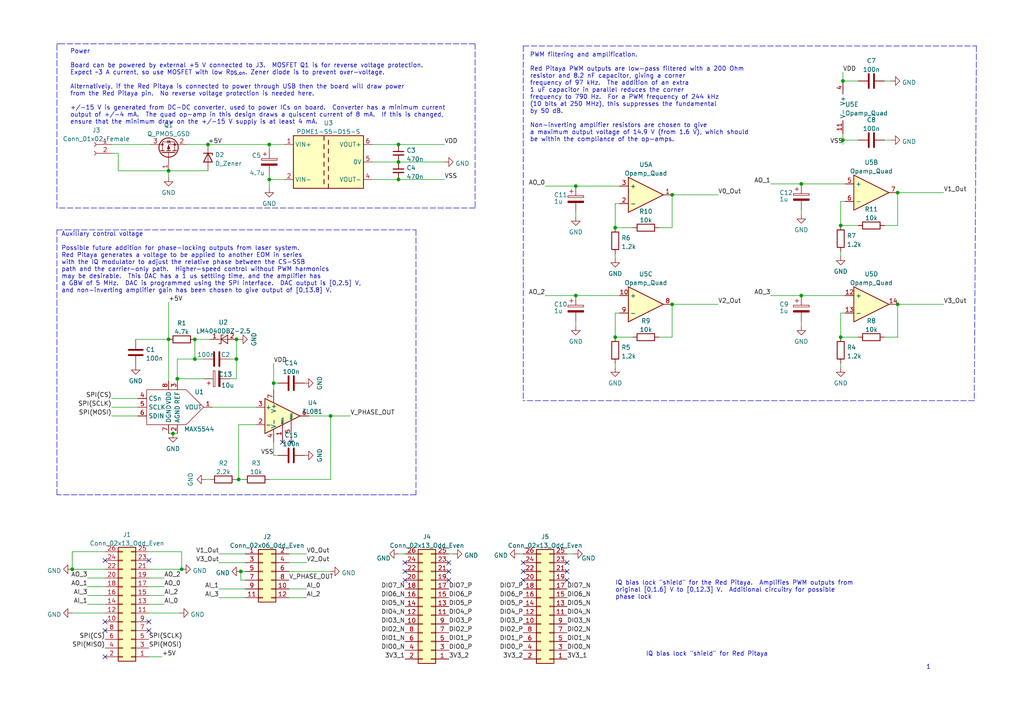
<source format=kicad_sch>
(kicad_sch (version 20211123) (generator eeschema)
  (paper "A4")
  (lib_symbols
    (symbol "Amplifier_Operational:TL081" (pin_names (offset 0.127))
      (property "Reference" "U" (at 0 6.35 0))
      (property "Value" "TL081" (at 0 3.81 0))
      (symbol "TL081_0_1"
        (polyline (pts (xy -5.08 5.08) (xy 5.08 0) (xy -5.08 -5.08) (xy -5.08 5.08)) (stroke (width 0.254)) (fill (type background)))
      )
      (symbol "TL081_1_1"
        (pin input line (at 0 -7.62 90) (length 5.08) (name "NULL") (number "1"))
        (pin input line (at -7.62 -2.54 0) (length 2.54) (name "-") (number "2"))
        (pin input line (at -7.62 2.54 0) (length 2.54) (name "+") (number "3"))
        (pin power_in line (at -2.54 -7.62 90) (length 3.81) (name "V-") (number "4"))
        (pin input line (at 2.54 -7.62 90) (length 6.35) (name "NULL") (number "5"))
        (pin output line (at 7.62 0 180) (length 2.54) (name "~") (number "6"))
        (pin power_in line (at -2.54 7.62 270) (length 3.81) (name "V+") (number "7"))
        (pin no_connect line (at 0 2.54 270) (length 2.54) hide (name "NC") (number "8"))
      )
    )
    (symbol "Connector:Conn_01x02_Female" (pin_names (offset 1.016) hide)
      (property "Reference" "J" (at 0 2.54 0))
      (property "Value" "Conn_01x02_Female" (at 0 -5.08 0))
      (symbol "Conn_01x02_Female_1_1"
        (arc (start 0 -2.032) (mid -0.508 -2.54) (end 0 -3.048) (stroke (width 0.1524)))
        (polyline (pts (xy -1.27 -2.54) (xy -0.508 -2.54)) (stroke (width 0.1524)))
        (polyline (pts (xy -1.27 0) (xy -0.508 0)) (stroke (width 0.1524)))
        (arc (start 0 0.508) (mid -0.508 0) (end 0 -0.508) (stroke (width 0.1524)))
        (pin passive line (at -5.08 0 0) (length 3.81) (name "Pin_1") (number "1"))
        (pin passive line (at -5.08 -2.54 0) (length 3.81) (name "Pin_2") (number "2"))
      )
    )
    (symbol "Connector_Generic:Conn_02x06_Odd_Even" (pin_names (offset 1.016) hide)
      (property "Reference" "J" (at 1.27 7.62 0))
      (property "Value" "Conn_02x06_Odd_Even" (at 1.27 -10.16 0))
      (symbol "Conn_02x06_Odd_Even_1_1"
        (rectangle (start -1.27 -7.493) (end 0 -7.747) (stroke (width 0.1524)))
        (rectangle (start -1.27 -4.953) (end 0 -5.207) (stroke (width 0.1524)))
        (rectangle (start -1.27 -2.413) (end 0 -2.667) (stroke (width 0.1524)))
        (rectangle (start -1.27 0.127) (end 0 -0.127) (stroke (width 0.1524)))
        (rectangle (start -1.27 2.667) (end 0 2.413) (stroke (width 0.1524)))
        (rectangle (start -1.27 5.207) (end 0 4.953) (stroke (width 0.1524)))
        (rectangle (start -1.27 6.35) (end 3.81 -8.89) (stroke (width 0.254)) (fill (type background)))
        (rectangle (start 3.81 -7.493) (end 2.54 -7.747) (stroke (width 0.1524)))
        (rectangle (start 3.81 -4.953) (end 2.54 -5.207) (stroke (width 0.1524)))
        (rectangle (start 3.81 -2.413) (end 2.54 -2.667) (stroke (width 0.1524)))
        (rectangle (start 3.81 0.127) (end 2.54 -0.127) (stroke (width 0.1524)))
        (rectangle (start 3.81 2.667) (end 2.54 2.413) (stroke (width 0.1524)))
        (rectangle (start 3.81 5.207) (end 2.54 4.953) (stroke (width 0.1524)))
        (pin passive line (at -5.08 5.08 0) (length 3.81) (name "Pin_1") (number "1"))
        (pin passive line (at 7.62 -5.08 180) (length 3.81) (name "Pin_10") (number "10"))
        (pin passive line (at -5.08 -7.62 0) (length 3.81) (name "Pin_11") (number "11"))
        (pin passive line (at 7.62 -7.62 180) (length 3.81) (name "Pin_12") (number "12"))
        (pin passive line (at 7.62 5.08 180) (length 3.81) (name "Pin_2") (number "2"))
        (pin passive line (at -5.08 2.54 0) (length 3.81) (name "Pin_3") (number "3"))
        (pin passive line (at 7.62 2.54 180) (length 3.81) (name "Pin_4") (number "4"))
        (pin passive line (at -5.08 0 0) (length 3.81) (name "Pin_5") (number "5"))
        (pin passive line (at 7.62 0 180) (length 3.81) (name "Pin_6") (number "6"))
        (pin passive line (at -5.08 -2.54 0) (length 3.81) (name "Pin_7") (number "7"))
        (pin passive line (at 7.62 -2.54 180) (length 3.81) (name "Pin_8") (number "8"))
        (pin passive line (at -5.08 -5.08 0) (length 3.81) (name "Pin_9") (number "9"))
      )
    )
    (symbol "Connector_Generic:Conn_02x13_Odd_Even" (pin_names (offset 1.016) hide)
      (property "Reference" "J" (at 1.27 17.78 0))
      (property "Value" "Conn_02x13_Odd_Even" (at 1.27 -17.78 0))
      (symbol "Conn_02x13_Odd_Even_1_1"
        (rectangle (start -1.27 -15.113) (end 0 -15.367) (stroke (width 0.1524)))
        (rectangle (start -1.27 -12.573) (end 0 -12.827) (stroke (width 0.1524)))
        (rectangle (start -1.27 -10.033) (end 0 -10.287) (stroke (width 0.1524)))
        (rectangle (start -1.27 -7.493) (end 0 -7.747) (stroke (width 0.1524)))
        (rectangle (start -1.27 -4.953) (end 0 -5.207) (stroke (width 0.1524)))
        (rectangle (start -1.27 -2.413) (end 0 -2.667) (stroke (width 0.1524)))
        (rectangle (start -1.27 0.127) (end 0 -0.127) (stroke (width 0.1524)))
        (rectangle (start -1.27 2.667) (end 0 2.413) (stroke (width 0.1524)))
        (rectangle (start -1.27 5.207) (end 0 4.953) (stroke (width 0.1524)))
        (rectangle (start -1.27 7.747) (end 0 7.493) (stroke (width 0.1524)))
        (rectangle (start -1.27 10.287) (end 0 10.033) (stroke (width 0.1524)))
        (rectangle (start -1.27 12.827) (end 0 12.573) (stroke (width 0.1524)))
        (rectangle (start -1.27 15.367) (end 0 15.113) (stroke (width 0.1524)))
        (rectangle (start -1.27 16.51) (end 3.81 -16.51) (stroke (width 0.254)) (fill (type background)))
        (rectangle (start 3.81 -15.113) (end 2.54 -15.367) (stroke (width 0.1524)))
        (rectangle (start 3.81 -12.573) (end 2.54 -12.827) (stroke (width 0.1524)))
        (rectangle (start 3.81 -10.033) (end 2.54 -10.287) (stroke (width 0.1524)))
        (rectangle (start 3.81 -7.493) (end 2.54 -7.747) (stroke (width 0.1524)))
        (rectangle (start 3.81 -4.953) (end 2.54 -5.207) (stroke (width 0.1524)))
        (rectangle (start 3.81 -2.413) (end 2.54 -2.667) (stroke (width 0.1524)))
        (rectangle (start 3.81 0.127) (end 2.54 -0.127) (stroke (width 0.1524)))
        (rectangle (start 3.81 2.667) (end 2.54 2.413) (stroke (width 0.1524)))
        (rectangle (start 3.81 5.207) (end 2.54 4.953) (stroke (width 0.1524)))
        (rectangle (start 3.81 7.747) (end 2.54 7.493) (stroke (width 0.1524)))
        (rectangle (start 3.81 10.287) (end 2.54 10.033) (stroke (width 0.1524)))
        (rectangle (start 3.81 12.827) (end 2.54 12.573) (stroke (width 0.1524)))
        (rectangle (start 3.81 15.367) (end 2.54 15.113) (stroke (width 0.1524)))
        (pin passive line (at -5.08 15.24 0) (length 3.81) (name "Pin_1") (number "1"))
        (pin passive line (at 7.62 5.08 180) (length 3.81) (name "Pin_10") (number "10"))
        (pin passive line (at -5.08 2.54 0) (length 3.81) (name "Pin_11") (number "11"))
        (pin passive line (at 7.62 2.54 180) (length 3.81) (name "Pin_12") (number "12"))
        (pin passive line (at -5.08 0 0) (length 3.81) (name "Pin_13") (number "13"))
        (pin passive line (at 7.62 0 180) (length 3.81) (name "Pin_14") (number "14"))
        (pin passive line (at -5.08 -2.54 0) (length 3.81) (name "Pin_15") (number "15"))
        (pin passive line (at 7.62 -2.54 180) (length 3.81) (name "Pin_16") (number "16"))
        (pin passive line (at -5.08 -5.08 0) (length 3.81) (name "Pin_17") (number "17"))
        (pin passive line (at 7.62 -5.08 180) (length 3.81) (name "Pin_18") (number "18"))
        (pin passive line (at -5.08 -7.62 0) (length 3.81) (name "Pin_19") (number "19"))
        (pin passive line (at 7.62 15.24 180) (length 3.81) (name "Pin_2") (number "2"))
        (pin passive line (at 7.62 -7.62 180) (length 3.81) (name "Pin_20") (number "20"))
        (pin passive line (at -5.08 -10.16 0) (length 3.81) (name "Pin_21") (number "21"))
        (pin passive line (at 7.62 -10.16 180) (length 3.81) (name "Pin_22") (number "22"))
        (pin passive line (at -5.08 -12.7 0) (length 3.81) (name "Pin_23") (number "23"))
        (pin passive line (at 7.62 -12.7 180) (length 3.81) (name "Pin_24") (number "24"))
        (pin passive line (at -5.08 -15.24 0) (length 3.81) (name "Pin_25") (number "25"))
        (pin passive line (at 7.62 -15.24 180) (length 3.81) (name "Pin_26") (number "26"))
        (pin passive line (at -5.08 12.7 0) (length 3.81) (name "Pin_3") (number "3"))
        (pin passive line (at 7.62 12.7 180) (length 3.81) (name "Pin_4") (number "4"))
        (pin passive line (at -5.08 10.16 0) (length 3.81) (name "Pin_5") (number "5"))
        (pin passive line (at 7.62 10.16 180) (length 3.81) (name "Pin_6") (number "6"))
        (pin passive line (at -5.08 7.62 0) (length 3.81) (name "Pin_7") (number "7"))
        (pin passive line (at 7.62 7.62 180) (length 3.81) (name "Pin_8") (number "8"))
        (pin passive line (at -5.08 5.08 0) (length 3.81) (name "Pin_9") (number "9"))
      )
    )
    (symbol "Device:C" (pin_numbers hide) (pin_names (offset 0.254))
      (property "Reference" "C" (at 0.635 2.54 0))
      (property "Value" "C" (at 0.635 -2.54 0))
      (symbol "C_0_1"
        (polyline (pts (xy -2.032 -0.762) (xy 2.032 -0.762)) (stroke (width 0.508)))
        (polyline (pts (xy -2.032 0.762) (xy 2.032 0.762)) (stroke (width 0.508)))
      )
      (symbol "C_1_1"
        (pin passive line (at 0 3.81 270) (length 2.794) (name "~") (number "1"))
        (pin passive line (at 0 -3.81 90) (length 2.794) (name "~") (number "2"))
      )
    )
    (symbol "Device:C_Polarized" (pin_numbers hide) (pin_names (offset 0.254))
      (property "Reference" "C" (at 0.635 2.54 0))
      (property "Value" "C_Polarized" (at 0.635 -2.54 0))
      (symbol "C_Polarized_0_1"
        (rectangle (start -2.286 0.508) (end 2.286 1.016))
        (polyline (pts (xy -1.778 2.286) (xy -0.762 2.286)))
        (polyline (pts (xy -1.27 2.794) (xy -1.27 1.778)))
        (rectangle (start 2.286 -0.508) (end -2.286 -1.016) (fill (type outline)))
      )
      (symbol "C_Polarized_1_1"
        (pin passive line (at 0 3.81 270) (length 2.794) (name "~") (number "1"))
        (pin passive line (at 0 -3.81 90) (length 2.794) (name "~") (number "2"))
      )
    )
    (symbol "Device:C_Small" (pin_numbers hide) (pin_names (offset 0.254) hide)
      (property "Reference" "C" (at 0.254 1.778 0))
      (property "Value" "C_Small" (at 0.254 -2.032 0))
      (symbol "C_Small_0_1"
        (polyline (pts (xy -1.524 -0.508) (xy 1.524 -0.508)) (stroke (width 0.3302)))
        (polyline (pts (xy -1.524 0.508) (xy 1.524 0.508)) (stroke (width 0.3048)))
      )
      (symbol "C_Small_1_1"
        (pin passive line (at 0 2.54 270) (length 2.032) (name "~") (number "1"))
        (pin passive line (at 0 -2.54 90) (length 2.032) (name "~") (number "2"))
      )
    )
    (symbol "Device:D_Zener" (pin_numbers hide) (pin_names (offset 1.016) hide)
      (property "Reference" "D" (at 0 2.54 0))
      (property "Value" "D_Zener" (at 0 -2.54 0))
      (symbol "D_Zener_0_1"
        (polyline (pts (xy 1.27 0) (xy -1.27 0)))
        (polyline (pts (xy -1.27 -1.27) (xy -1.27 1.27) (xy -0.762 1.27)) (stroke (width 0.254)))
        (polyline (pts (xy 1.27 -1.27) (xy 1.27 1.27) (xy -1.27 0) (xy 1.27 -1.27)) (stroke (width 0.254)))
      )
      (symbol "D_Zener_1_1"
        (pin passive line (at -3.81 0 0) (length 2.54) (name "K") (number "1"))
        (pin passive line (at 3.81 0 180) (length 2.54) (name "A") (number "2"))
      )
    )
    (symbol "Device:Opamp_Quad"
      (property "Reference" "U" (at 0 5.08 0))
      (property "Value" "Opamp_Quad" (at 0 -5.08 0))
      (symbol "Opamp_Quad_1_1"
        (polyline (pts (xy -5.08 5.08) (xy 5.08 0) (xy -5.08 -5.08) (xy -5.08 5.08)) (stroke (width 0.254)) (fill (type background)))
        (pin output line (at 7.62 0 180) (length 2.54) (name "~") (number "1"))
        (pin input line (at -7.62 -2.54 0) (length 2.54) (name "-") (number "2"))
        (pin input line (at -7.62 2.54 0) (length 2.54) (name "+") (number "3"))
      )
      (symbol "Opamp_Quad_2_1"
        (polyline (pts (xy -5.08 5.08) (xy 5.08 0) (xy -5.08 -5.08) (xy -5.08 5.08)) (stroke (width 0.254)) (fill (type background)))
        (pin input line (at -7.62 2.54 0) (length 2.54) (name "+") (number "5"))
        (pin input line (at -7.62 -2.54 0) (length 2.54) (name "-") (number "6"))
        (pin output line (at 7.62 0 180) (length 2.54) (name "~") (number "7"))
      )
      (symbol "Opamp_Quad_3_1"
        (polyline (pts (xy -5.08 5.08) (xy 5.08 0) (xy -5.08 -5.08) (xy -5.08 5.08)) (stroke (width 0.254)) (fill (type background)))
        (pin input line (at -7.62 2.54 0) (length 2.54) (name "+") (number "10"))
        (pin output line (at 7.62 0 180) (length 2.54) (name "~") (number "8"))
        (pin input line (at -7.62 -2.54 0) (length 2.54) (name "-") (number "9"))
      )
      (symbol "Opamp_Quad_4_1"
        (polyline (pts (xy -5.08 5.08) (xy 5.08 0) (xy -5.08 -5.08) (xy -5.08 5.08)) (stroke (width 0.254)) (fill (type background)))
        (pin input line (at -7.62 2.54 0) (length 2.54) (name "+") (number "12"))
        (pin input line (at -7.62 -2.54 0) (length 2.54) (name "-") (number "13"))
        (pin output line (at 7.62 0 180) (length 2.54) (name "~") (number "14"))
      )
      (symbol "Opamp_Quad_5_1"
        (pin power_in line (at -2.54 -7.62 90) (length 3.81) (name "V-") (number "11"))
        (pin power_in line (at -2.54 7.62 270) (length 3.81) (name "V+") (number "4"))
      )
    )
    (symbol "Device:Q_PMOS_GSD" (pin_names (offset 0) hide)
      (property "Reference" "Q" (at 5.08 1.27 0))
      (property "Value" "Q_PMOS_GSD" (at 5.08 -1.27 0))
      (symbol "Q_PMOS_GSD_0_1"
        (polyline (pts (xy 0.254 0) (xy -2.54 0)))
        (polyline (pts (xy 0.254 1.905) (xy 0.254 -1.905)) (stroke (width 0.254)))
        (polyline (pts (xy 0.762 -1.27) (xy 0.762 -2.286)) (stroke (width 0.254)))
        (polyline (pts (xy 0.762 0.508) (xy 0.762 -0.508)) (stroke (width 0.254)))
        (polyline (pts (xy 0.762 2.286) (xy 0.762 1.27)) (stroke (width 0.254)))
        (polyline (pts (xy 2.54 2.54) (xy 2.54 1.778)))
        (polyline (pts (xy 2.54 -2.54) (xy 2.54 0) (xy 0.762 0)))
        (polyline (pts (xy 0.762 1.778) (xy 3.302 1.778) (xy 3.302 -1.778) (xy 0.762 -1.778)))
        (polyline (pts (xy 2.286 0) (xy 1.27 0.381) (xy 1.27 -0.381) (xy 2.286 0)) (fill (type outline)))
        (polyline (pts (xy 2.794 -0.508) (xy 2.921 -0.381) (xy 3.683 -0.381) (xy 3.81 -0.254)))
        (polyline (pts (xy 3.302 -0.381) (xy 2.921 0.254) (xy 3.683 0.254) (xy 3.302 -0.381)))
        (circle (center 1.651 0) (radius 2.794) (stroke (width 0.254)))
        (circle (center 2.54 -1.778) (radius 0.254) (fill (type outline)))
        (circle (center 2.54 1.778) (radius 0.254) (fill (type outline)))
      )
      (symbol "Q_PMOS_GSD_1_1"
        (pin input line (at -5.08 0 0) (length 2.54) (name "G") (number "1"))
        (pin passive line (at 2.54 -5.08 90) (length 2.54) (name "S") (number "2"))
        (pin passive line (at 2.54 5.08 270) (length 2.54) (name "D") (number "3"))
      )
    )
    (symbol "Device:R" (pin_numbers hide) (pin_names (offset 0))
      (property "Reference" "R" (at 2.032 0 90))
      (property "Value" "R" (at 0 0 90))
      (symbol "R_0_1"
        (rectangle (start -1.016 -2.54) (end 1.016 2.54) (stroke (width 0.254)))
      )
      (symbol "R_1_1"
        (pin passive line (at 0 3.81 270) (length 1.27) (name "~") (number "1"))
        (pin passive line (at 0 -3.81 90) (length 1.27) (name "~") (number "2"))
      )
    )
    (symbol "Reference_Voltage:LM4040DBZ-2.5" (pin_names (offset 0.0254) hide)
      (property "Reference" "U" (at 0 2.54 0))
      (property "Value" "LM4040DBZ-2.5" (at 0 -3.175 0))
      (symbol "LM4040DBZ-2.5_0_1"
        (polyline (pts (xy -1.27 0) (xy 0 0) (xy 1.27 0)))
        (polyline (pts (xy -1.27 -1.27) (xy 0.635 0) (xy -1.27 1.27) (xy -1.27 -1.27)) (stroke (width 0.2032)))
        (polyline (pts (xy 0 -1.27) (xy 0.635 -1.27) (xy 0.635 1.27) (xy 1.27 1.27)) (stroke (width 0.2032)))
      )
      (symbol "LM4040DBZ-2.5_1_1"
        (pin passive line (at 3.81 0 180) (length 2.54) (name "K") (number "1"))
        (pin passive line (at -3.81 0 0) (length 2.54) (name "A") (number "2"))
      )
    )
    (symbol "power:GND" (power) (pin_names (offset 0))
      (property "Value" "GND" (at 0 -3.81 0))
      (symbol "GND_0_1"
        (polyline (pts (xy 0 0) (xy 0 -1.27) (xy 1.27 -1.27) (xy 0 -2.54) (xy -1.27 -1.27) (xy 0 -1.27)))
      )
      (symbol "GND_1_1"
        (pin power_in line (at 0 0 270) (length 0) hide (name "GND") (number "1"))
      )
    )
    (symbol "project-parts:MAX5544"
      (property "Reference" "U" (at -3.81 -6.35 0))
      (property "Value" "MAX5544" (at -6.35 6.35 0))
      (symbol "MAX5544_0_1"
        (polyline (pts (xy -6.35 5.08) (xy 5.08 5.08) (xy 10.16 0) (xy 5.08 -5.08) (xy -6.35 -5.08) (xy -6.35 5.08)) (stroke (width 0.1524)))
      )
      (symbol "MAX5544_1_1"
        (pin output line (at 12.7 0 180) (length 2.54) (name "VOUT") (number "1"))
        (pin bidirectional line (at 2.54 -7.62 90) (length 2.54) (name "AGND") (number "2"))
        (pin input line (at 2.54 7.62 270) (length 2.54) (name "REF") (number "3"))
        (pin input line (at -8.89 2.54 0) (length 2.54) (name "CSn") (number "4"))
        (pin input line (at -8.89 0 0) (length 2.54) (name "SCLK") (number "5"))
        (pin input line (at -8.89 -2.54 0) (length 2.54) (name "SDIN") (number "6"))
        (pin bidirectional line (at 0 -7.62 90) (length 2.54) (name "DGND") (number "7"))
        (pin input line (at 0 7.62 270) (length 2.54) (name "VDD") (number "8"))
      )
    )
    (symbol "project-parts:PDME1-S5-D15-S"
      (property "Reference" "U" (at -10.16 8.89 0))
      (property "Value" "PDME1-S5-D15-S" (at 0 8.89 0))
      (symbol "PDME1-S5-D15-S_0_1"
        (rectangle (start -10.16 7.62) (end 10.16 -7.62) (stroke (width 0.254)) (fill (type background)))
        (polyline (pts (xy -1.27 -5.08) (xy -1.27 -6.35)) (stroke (width 0.254)))
        (polyline (pts (xy -1.27 -2.54) (xy -1.27 -3.81)) (stroke (width 0.254)))
        (polyline (pts (xy -1.27 0) (xy -1.27 -1.27)) (stroke (width 0.254)))
        (polyline (pts (xy -1.27 2.54) (xy -1.27 1.27)) (stroke (width 0.254)))
        (polyline (pts (xy -1.27 5.08) (xy -1.27 3.81)) (stroke (width 0.254)))
        (polyline (pts (xy -1.27 7.62) (xy -1.27 6.35)) (stroke (width 0.254)))
        (polyline (pts (xy 0 -7.62) (xy 0 -6.35)) (stroke (width 0.254)))
        (polyline (pts (xy 0 -5.08) (xy 0 -3.81)) (stroke (width 0.254)))
        (polyline (pts (xy 0 -1.27) (xy 0 -2.54)) (stroke (width 0.254)))
        (polyline (pts (xy 0 0) (xy 0 1.27)) (stroke (width 0.254)))
        (polyline (pts (xy 0 2.54) (xy 0 3.81)) (stroke (width 0.254)))
        (polyline (pts (xy 0 5.08) (xy 0 6.35)) (stroke (width 0.254)))
      )
      (symbol "PDME1-S5-D15-S_1_1"
        (pin power_in line (at -12.7 5.08 0) (length 2.54) (name "VIN+") (number "1"))
        (pin power_in line (at -12.7 -5.08 0) (length 2.54) (name "VIN-") (number "2"))
        (pin power_out line (at 12.7 -5.08 180) (length 2.54) (name "VOUT-") (number "4"))
        (pin power_out line (at 12.7 0 180) (length 2.54) (name "0V") (number "5"))
        (pin power_out line (at 12.7 5.08 180) (length 2.54) (name "VOUT+") (number "6"))
      )
    )
  )
  (junction (at 69.215 139.065))
  (junction (at 167.005 85.725))
  (junction (at 68.58 98.425))
  (junction (at 243.84 97.79))
  (junction (at 115.57 52.07))
  (junction (at 20.955 165.1))
  (junction (at 232.41 85.725))
  (junction (at 243.84 65.405))
  (junction (at 48.895 49.53))
  (junction (at 52.705 165.1))
  (junction (at 56.515 104.14))
  (junction (at 194.945 88.265))
  (junction (at 78.105 41.91))
  (junction (at 50.165 125.73))
  (junction (at 194.945 56.515))
  (junction (at 69.85 165.735))
  (junction (at 95.885 120.65))
  (junction (at 51.435 109.855))
  (junction (at 232.41 53.34))
  (junction (at 115.57 46.99))
  (junction (at 178.435 97.79))
  (junction (at 48.895 98.425))
  (junction (at 60.325 41.91))
  (junction (at 79.375 111.125))
  (junction (at 78.105 52.07))
  (junction (at 178.435 66.04))
  (junction (at 244.475 40.64))
  (junction (at 68.58 104.14))
  (junction (at 244.475 23.495))
  (junction (at 167.005 53.975))
  (junction (at 260.35 88.265))
  (junction (at 115.57 41.91))
  (junction (at 260.35 55.88))
  (junction (at 56.515 98.425))
  (no_connect (at 151.765 168.275))
  (no_connect (at 151.765 163.195))
  (no_connect (at 43.18 180.34))
  (no_connect (at 30.48 180.34))
  (no_connect (at 164.465 165.735))
  (no_connect (at 117.475 165.735))
  (no_connect (at 30.48 162.56))
  (no_connect (at 30.48 182.88))
  (no_connect (at 30.48 190.5))
  (no_connect (at 117.475 168.275))
  (no_connect (at 164.465 168.275))
  (no_connect (at 81.915 128.27))
  (no_connect (at 130.175 165.735))
  (no_connect (at 164.465 163.195))
  (no_connect (at 130.175 163.195))
  (no_connect (at 151.765 165.735))
  (no_connect (at 43.18 162.56))
  (no_connect (at 84.455 128.27))
  (no_connect (at 43.18 182.88))
  (no_connect (at 117.475 163.195))
  (no_connect (at 130.175 168.275))
  (wire (pts (xy 232.41 60.96) (xy 232.41 62.23)))
  (wire (pts (xy 34.29 44.45) (xy 34.29 49.53)))
  (wire (pts (xy 25.4 167.64) (xy 30.48 167.64)))
  (wire (pts (xy 178.435 97.79) (xy 183.515 97.79)))
  (wire (pts (xy 256.54 97.79) (xy 260.35 97.79)))
  (polyline (pts (xy 137.795 12.7) (xy 137.795 60.325)))
  (wire (pts (xy 260.35 55.88) (xy 273.685 55.88)))
  (wire (pts (xy 68.58 109.855) (xy 68.58 104.14)))
  (wire (pts (xy 88.9 170.815) (xy 83.82 170.815)))
  (wire (pts (xy 61.595 118.11) (xy 74.295 118.11)))
  (wire (pts (xy 88.9 163.195) (xy 83.82 163.195)))
  (wire (pts (xy 167.005 93.345) (xy 167.005 94.615)))
  (wire (pts (xy 167.005 61.595) (xy 167.005 62.865)))
  (polyline (pts (xy 17.145 12.7) (xy 137.795 12.7)))
  (wire (pts (xy 68.58 104.14) (xy 68.58 98.425)))
  (wire (pts (xy 56.515 104.14) (xy 51.435 104.14)))
  (wire (pts (xy 60.325 41.91) (xy 78.105 41.91)))
  (wire (pts (xy 178.435 73.66) (xy 178.435 74.93)))
  (wire (pts (xy 194.945 88.265) (xy 194.945 97.79)))
  (wire (pts (xy 71.12 168.275) (xy 69.85 168.275)))
  (wire (pts (xy 68.58 139.065) (xy 69.215 139.065)))
  (wire (pts (xy 232.41 93.345) (xy 232.41 94.615)))
  (wire (pts (xy 32.385 41.91) (xy 43.815 41.91)))
  (wire (pts (xy 32.385 44.45) (xy 34.29 44.45)))
  (wire (pts (xy 78.105 52.07) (xy 78.105 54.61)))
  (wire (pts (xy 115.57 41.91) (xy 128.905 41.91)))
  (polyline (pts (xy 282.575 116.205) (xy 151.765 116.205)))
  (wire (pts (xy 20.955 165.1) (xy 30.48 165.1)))
  (wire (pts (xy 158.115 85.725) (xy 167.005 85.725)))
  (wire (pts (xy 194.945 56.515) (xy 208.28 56.515)))
  (wire (pts (xy 25.4 172.72) (xy 30.48 172.72)))
  (wire (pts (xy 48.895 49.53) (xy 60.325 49.53)))
  (wire (pts (xy 256.54 23.495) (xy 258.445 23.495)))
  (wire (pts (xy 25.4 170.18) (xy 30.48 170.18)))
  (wire (pts (xy 53.975 41.91) (xy 60.325 41.91)))
  (wire (pts (xy 107.95 46.99) (xy 115.57 46.99)))
  (wire (pts (xy 115.57 52.07) (xy 128.905 52.07)))
  (wire (pts (xy 115.57 160.655) (xy 117.475 160.655)))
  (wire (pts (xy 78.105 50.8) (xy 78.105 52.07)))
  (wire (pts (xy 95.885 120.65) (xy 101.6 120.65)))
  (wire (pts (xy 178.435 59.055) (xy 178.435 66.04)))
  (wire (pts (xy 223.52 53.34) (xy 232.41 53.34)))
  (wire (pts (xy 79.375 128.27) (xy 79.375 132.08)))
  (wire (pts (xy 178.435 105.41) (xy 178.435 106.68)))
  (wire (pts (xy 51.435 104.14) (xy 51.435 109.855)))
  (wire (pts (xy 68.58 98.425) (xy 69.215 98.425)))
  (wire (pts (xy 50.165 125.73) (xy 51.435 125.73)))
  (wire (pts (xy 78.105 139.065) (xy 95.885 139.065)))
  (wire (pts (xy 51.435 110.49) (xy 51.435 109.855)))
  (wire (pts (xy 95.885 139.065) (xy 95.885 120.65)))
  (wire (pts (xy 95.885 165.735) (xy 83.82 165.735)))
  (wire (pts (xy 80.645 132.08) (xy 79.375 132.08)))
  (wire (pts (xy 66.675 104.14) (xy 68.58 104.14)))
  (wire (pts (xy 245.11 90.805) (xy 243.84 90.805)))
  (wire (pts (xy 244.475 20.955) (xy 244.475 23.495)))
  (wire (pts (xy 30.48 160.02) (xy 20.955 160.02)))
  (wire (pts (xy 59.055 104.14) (xy 56.515 104.14)))
  (wire (pts (xy 69.215 123.19) (xy 69.215 139.065)))
  (wire (pts (xy 115.57 46.99) (xy 128.905 46.99)))
  (wire (pts (xy 69.215 139.065) (xy 70.485 139.065)))
  (wire (pts (xy 52.705 160.02) (xy 52.705 165.1)))
  (wire (pts (xy 243.84 65.405) (xy 248.92 65.405)))
  (wire (pts (xy 80.645 111.125) (xy 79.375 111.125)))
  (wire (pts (xy 243.84 73.025) (xy 243.84 74.295)))
  (wire (pts (xy 158.115 53.975) (xy 167.005 53.975)))
  (wire (pts (xy 32.385 115.57) (xy 40.005 115.57)))
  (wire (pts (xy 69.85 168.275) (xy 69.85 165.735)))
  (wire (pts (xy 232.41 85.725) (xy 245.11 85.725)))
  (wire (pts (xy 74.295 123.19) (xy 69.215 123.19)))
  (wire (pts (xy 232.41 53.34) (xy 245.11 53.34)))
  (wire (pts (xy 43.18 160.02) (xy 52.705 160.02)))
  (wire (pts (xy 82.55 52.07) (xy 78.105 52.07)))
  (wire (pts (xy 48.895 87.63) (xy 48.895 98.425)))
  (wire (pts (xy 60.96 139.065) (xy 59.69 139.065)))
  (wire (pts (xy 244.475 23.495) (xy 248.92 23.495)))
  (wire (pts (xy 79.375 111.125) (xy 79.375 113.03)))
  (wire (pts (xy 191.135 97.79) (xy 194.945 97.79)))
  (wire (pts (xy 260.35 88.265) (xy 260.35 97.79)))
  (wire (pts (xy 88.9 173.355) (xy 83.82 173.355)))
  (wire (pts (xy 166.37 160.655) (xy 164.465 160.655)))
  (wire (pts (xy 66.675 109.855) (xy 68.58 109.855)))
  (polyline (pts (xy 283.21 13.335) (xy 282.575 116.205)))
  (wire (pts (xy 178.435 66.04) (xy 183.515 66.04)))
  (wire (pts (xy 56.515 98.425) (xy 56.515 104.14)))
  (wire (pts (xy 32.385 120.65) (xy 40.005 120.65)))
  (wire (pts (xy 256.54 40.64) (xy 258.445 40.64)))
  (wire (pts (xy 107.95 41.91) (xy 115.57 41.91)))
  (wire (pts (xy 48.895 125.73) (xy 50.165 125.73)))
  (wire (pts (xy 43.18 190.5) (xy 46.99 190.5)))
  (wire (pts (xy 20.955 177.8) (xy 30.48 177.8)))
  (wire (pts (xy 130.175 160.655) (xy 131.445 160.655)))
  (wire (pts (xy 88.9 160.655) (xy 83.82 160.655)))
  (wire (pts (xy 191.135 66.04) (xy 194.945 66.04)))
  (wire (pts (xy 167.005 53.975) (xy 179.705 53.975)))
  (wire (pts (xy 260.35 55.88) (xy 260.35 65.405)))
  (wire (pts (xy 32.385 118.11) (xy 40.005 118.11)))
  (wire (pts (xy 244.475 40.64) (xy 248.92 40.64)))
  (wire (pts (xy 43.18 177.8) (xy 52.07 177.8)))
  (wire (pts (xy 256.54 65.405) (xy 260.35 65.405)))
  (wire (pts (xy 43.18 175.26) (xy 47.625 175.26)))
  (wire (pts (xy 71.12 165.735) (xy 69.85 165.735)))
  (wire (pts (xy 43.18 172.72) (xy 47.625 172.72)))
  (polyline (pts (xy 137.795 60.325) (xy 16.51 60.325)))
  (polyline (pts (xy 151.765 13.335) (xy 151.765 116.205)))
  (wire (pts (xy 78.105 41.91) (xy 82.55 41.91)))
  (wire (pts (xy 178.435 90.805) (xy 178.435 97.79)))
  (wire (pts (xy 43.18 170.18) (xy 47.625 170.18)))
  (wire (pts (xy 71.12 160.655) (xy 63.5 160.655)))
  (wire (pts (xy 194.945 88.265) (xy 208.28 88.265)))
  (wire (pts (xy 194.945 56.515) (xy 194.945 66.04)))
  (wire (pts (xy 167.005 85.725) (xy 179.705 85.725)))
  (polyline (pts (xy 16.51 12.7) (xy 17.145 12.7)))
  (wire (pts (xy 51.435 109.855) (xy 59.055 109.855)))
  (wire (pts (xy 223.52 85.725) (xy 232.41 85.725)))
  (polyline (pts (xy 19.05 66.675) (xy 120.65 66.675)))
  (wire (pts (xy 78.105 41.91) (xy 78.105 43.18)))
  (wire (pts (xy 56.515 98.425) (xy 60.96 98.425)))
  (polyline (pts (xy 16.51 143.51) (xy 16.51 66.675)))
  (wire (pts (xy 179.705 90.805) (xy 178.435 90.805)))
  (wire (pts (xy 34.29 49.53) (xy 48.895 49.53)))
  (wire (pts (xy 48.895 49.53) (xy 48.895 51.435)))
  (wire (pts (xy 151.765 160.655) (xy 150.495 160.655)))
  (polyline (pts (xy 16.51 66.675) (xy 19.05 66.675)))
  (wire (pts (xy 244.475 40.64) (xy 244.475 41.91)))
  (wire (pts (xy 243.84 58.42) (xy 243.84 65.405)))
  (wire (pts (xy 245.11 58.42) (xy 243.84 58.42)))
  (wire (pts (xy 107.95 52.07) (xy 115.57 52.07)))
  (wire (pts (xy 43.18 165.1) (xy 52.705 165.1)))
  (polyline (pts (xy 16.51 60.325) (xy 16.51 12.7)))
  (wire (pts (xy 79.375 105.41) (xy 79.375 111.125)))
  (wire (pts (xy 243.84 90.805) (xy 243.84 97.79)))
  (wire (pts (xy 39.37 98.425) (xy 48.895 98.425)))
  (wire (pts (xy 71.12 163.195) (xy 63.5 163.195)))
  (wire (pts (xy 25.4 175.26) (xy 30.48 175.26)))
  (wire (pts (xy 260.35 88.265) (xy 273.685 88.265)))
  (polyline (pts (xy 120.65 66.675) (xy 120.65 143.51)))
  (wire (pts (xy 43.18 167.64) (xy 47.625 167.64)))
  (wire (pts (xy 95.885 120.65) (xy 89.535 120.65)))
  (wire (pts (xy 244.475 38.735) (xy 244.475 40.64)))
  (wire (pts (xy 71.12 170.815) (xy 63.5 170.815)))
  (polyline (pts (xy 151.765 13.335) (xy 283.21 13.335)))
  (wire (pts (xy 243.84 97.79) (xy 248.92 97.79)))
  (wire (pts (xy 20.955 160.02) (xy 20.955 165.1)))
  (wire (pts (xy 243.84 105.41) (xy 243.84 106.68)))
  (wire (pts (xy 179.705 59.055) (xy 178.435 59.055)))
  (wire (pts (xy 71.12 173.355) (xy 63.5 173.355)))
  (wire (pts (xy 48.895 98.425) (xy 48.895 110.49)))
  (polyline (pts (xy 120.65 143.51) (xy 16.51 143.51)))
  (text "IQ bias lock \"shield\" for Red Pitaya" (at 187.325 190.5 0) (effects (font (size 1.27 1.27)) (justify left bottom)))
  (text "IQ bias lock \"shield\" for the Red Pitaya.  Amplifies PWM outputs from \noriginal [0,1.6] V to [0,12.3] V.  Additional circuitry for possible\nphase lock" (at 178.435 173.99 0) (effects (font (size 1.27 1.27)) (justify left bottom)))
  (text "1" (at 268.605 194.31 0) (effects (font (size 1.27 1.27)) (justify left bottom)))
  (text "Auxiliary control voltage\n\nPossible future addition for phase-locking outputs from laser system.\nRed Pitaya generates a voltage to be applied to another EOM in series \nwith the IQ modulator to adjust the relative phase between the CS-SSB\npath and the carrier-only path.  Higher-speed control without PWM harmonics\nmay be desirable.  This DAC has a 1 us settling time, and the amplifier has\na GBW of 5 MHz.  DAC is programmed using the SPI interface.  DAC output is [0,2.5] V,\nand non-inverting amplifier gain has been chosen to give output of [0,13.8] V." (at 17.78 85.09 0) (effects (font (size 1.27 1.27)) (justify left bottom)))
  (text "PWM filtering and amplification.  \n\nRed Pitaya PWM outputs are low-pass filtered with a 200 Ohm\nresistor and 8.2 nF capacitor, giving a corner\nfrequency of 97 kHz.  The addition of an extra\n1 uF capacitor in parallel reduces the corner\nfrequency to 790 Hz.  For a PWM frequency of 244 kHz\n(10 bits at 250 MHz), this suppresses the fundamental\nby 50 dB.  \n\nNon-inverting amplifier resistors are chosen to give\na maximum output voltage of 14.9 V (from 1.6 V), which should\nbe within the compliance of the op-amps." (at 153.67 41.275 0) (effects (font (size 1.27 1.27)) (justify left bottom)))
  (text "Power\n\nBoard can be powered by external +5 V connected to J3.  MOSFET Q1 is for reverse voltage protection. \nExpect ~3 A current, so use MOSFET with low R_{DS,on}. Zener diode is to prevent over-voltage.\n\nAlternatively, if the Red Pitaya is connected to power through USB then the board will draw power \nfrom the Red Pitaya pin.  No reverse voltage protection is needed here.\n\n+/-15 V is generated from DC-DC converter, used to power ICs on board.  Converter has a minimum current\noutput of +/-4 mA.  The quad op-amp in this design draws a quiscent current of 8 mA.  If this is changed,\nensure that the minimum draw on the +/-15 V supply is at least 4 mA." (at 20.32 36.195 0) (effects (font (size 1.27 1.27)) (justify left bottom)))
  (label "SPI(CS)" (at 32.385 115.57 180))
  (label "DIO5_P" (at 130.175 175.895 0))
  (label "DIO1_N" (at 164.465 186.055 0))
  (label "DIO4_N" (at 117.475 178.435 180))
  (label "V2_Out" (at 208.28 88.265 0))
  (label "3V3_2" (at 130.175 191.135 0))
  (label "DIO5_N" (at 117.475 175.895 180))
  (label "DIO2_N" (at 117.475 183.515 180))
  (label "VDD" (at 79.375 105.41 0))
  (label "V_PHASE_OUT" (at 101.6 120.65 0))
  (label "DIO7_P" (at 151.765 170.815 180))
  (label "DIO3_N" (at 164.465 180.975 0))
  (label "V2_Out" (at 88.9 163.195 0))
  (label "VSS" (at 79.375 132.08 180))
  (label "DIO0_P" (at 130.175 188.595 0))
  (label "DIO3_N" (at 117.475 180.975 180))
  (label "SPI(SCLK)" (at 43.18 185.42 0))
  (label "AO_2" (at 47.625 167.64 0))
  (label "V0_Out" (at 88.9 160.655 0))
  (label "DIO5_N" (at 164.465 175.895 0))
  (label "3V3_1" (at 117.475 191.135 180))
  (label "VSS" (at 128.905 52.07 0))
  (label "AO_0" (at 47.625 170.18 0))
  (label "DIO4_N" (at 164.465 178.435 0))
  (label "DIO3_P" (at 151.765 180.975 180))
  (label "AO_3" (at 223.52 85.725 180))
  (label "SPI(SCLK)" (at 32.385 118.11 180))
  (label "V3_Out" (at 273.685 88.265 0))
  (label "DIO1_P" (at 151.765 186.055 180))
  (label "AO_2" (at 158.115 85.725 180))
  (label "V0_Out" (at 208.28 56.515 0))
  (label "V1_Out" (at 63.5 160.655 180))
  (label "DIO5_P" (at 151.765 175.895 180))
  (label "3V3_2" (at 151.765 191.135 180))
  (label "AI_3" (at 25.4 172.72 180))
  (label "SPI(MOSI)" (at 32.385 120.65 180))
  (label "DIO4_P" (at 151.765 178.435 180))
  (label "AO_0" (at 158.115 53.975 180))
  (label "AI_1" (at 63.5 170.815 180))
  (label "AO_1" (at 223.52 53.34 180))
  (label "DIO2_P" (at 130.175 183.515 0))
  (label "V_PHASE_OUT" (at 83.82 168.275 0))
  (label "DIO0_P" (at 151.765 188.595 180))
  (label "AI_0" (at 88.9 170.815 0))
  (label "DIO7_P" (at 130.175 170.815 0))
  (label "DIO6_N" (at 117.475 173.355 180))
  (label "AI_2" (at 47.625 172.72 0))
  (label "SPI(MOSI)" (at 43.18 187.96 0))
  (label "DIO6_N" (at 164.465 173.355 0))
  (label "DIO0_N" (at 164.465 188.595 0))
  (label "DIO1_N" (at 117.475 186.055 180))
  (label "DIO3_P" (at 130.175 180.975 0))
  (label "+5V" (at 60.325 41.91 0))
  (label "DIO2_P" (at 151.765 183.515 180))
  (label "DIO6_P" (at 151.765 173.355 180))
  (label "AI_3" (at 63.5 173.355 180))
  (label "DIO7_N" (at 117.475 170.815 180))
  (label "+5V" (at 46.99 190.5 0))
  (label "DIO2_N" (at 164.465 183.515 0))
  (label "DIO0_N" (at 117.475 188.595 180))
  (label "AI_2" (at 88.9 173.355 0))
  (label "3V3_1" (at 164.465 191.135 0))
  (label "SPI(MISO)" (at 30.48 187.96 180))
  (label "AI_0" (at 47.625 175.26 0))
  (label "DIO6_P" (at 130.175 173.355 0))
  (label "SPI(CS)" (at 30.48 185.42 180))
  (label "+5V" (at 48.895 87.63 0))
  (label "AO_1" (at 25.4 170.18 180))
  (label "DIO4_P" (at 130.175 178.435 0))
  (label "V3_Out" (at 63.5 163.195 180))
  (label "AO_3" (at 25.4 167.64 180))
  (label "DIO7_N" (at 164.465 170.815 0))
  (label "VDD" (at 128.905 41.91 0))
  (label "VSS" (at 244.475 41.91 180))
  (label "DIO1_P" (at 130.175 186.055 0))
  (label "VDD" (at 244.475 20.955 0))
  (label "AI_1" (at 25.4 175.26 180))
  (label "V1_Out" (at 273.685 55.88 0))
  (symbol (lib_id "project-parts:MAX5544") (at 48.895 118.11 0) (unit 1)
    (property "Reference" "U1" (at 57.785 113.665 0))
    (property "Value" "MAX5544" (at 57.785 124.46 0))
    (property "Footprint" "Package_SO:SOIC-8_3.9x4.9mm_P1.27mm" (effects hide))
    (property "Digikey Part Number" "MAX5544CSA+-ND" (effects hide))
  )
  (symbol (lib_id "Connector_Generic:Conn_02x06_Odd_Even") (at 76.2 165.735 0) (unit 1)
    (property "Reference" "J2" (at 77.47 155.6852 0))
    (property "Value" "Conn_02x06_Odd_Even" (at 77.47 158.2221 0))
    (property "Footprint" "Connector_PinSocket_2.54mm:PinSocket_2x06_P2.54mm_Vertical" (effects hide))
    (property "Digikey Part Number" "732-61300621821-ND" (effects hide))
  )
  (symbol (lib_id "power:GND") (at 69.85 165.735 270) (mirror x) (unit 1)
    (property "Reference" "#PWR0121" (effects hide))
    (property "Value" "GND" (at 66.675 166.1688 90) (effects (justify right)))
  )
  (symbol (lib_id "Amplifier_Operational:TL081") (at 81.915 120.65 0) (unit 1)
    (property "Reference" "U4" (at 90.6485 116.8233 0))
    (property "Value" "TL081" (at 90.6485 119.3602 0))
    (property "Footprint" "Package_SO:SOIC-8_3.9x4.9mm_P1.27mm" (effects hide))
    (property "Datasheet" "http://www.ti.com/lit/ds/symlink/tl081.pdf" (effects hide))
    (property "Digikey Part Number" "296-TL081HIDRCT-ND" (effects hide))
  )
  (symbol (lib_id "Device:C_Polarized") (at 167.005 89.535 0) (unit 1)
    (property "Reference" "C10" (at 160.655 88.265 0) (effects (justify left)))
    (property "Value" "1u" (at 160.655 90.17 0) (effects (justify left)))
    (property "Footprint" "Capacitor_THT:CP_Radial_D5.0mm_P2.00mm" (effects hide))
    (property "Digikey Part Number" "732-8851-1-ND" (effects hide))
  )
  (symbol (lib_id "Connector_Generic:Conn_02x13_Odd_Even") (at 125.095 175.895 180) (unit 1)
    (property "Reference" "J4" (at 123.825 155.6852 0))
    (property "Value" "Conn_02x13_Odd_Even" (at 123.825 158.2221 0))
    (property "Footprint" "Connector_PinSocket_2.54mm:PinSocket_2x13_P2.54mm_Vertical" (effects hide))
    (property "Digikey Part Number" "SAM11136-ND" (effects hide))
  )
  (symbol (lib_id "Device:R") (at 52.705 98.425 270) (unit 1)
    (property "Reference" "R1" (at 52.705 93.7092 90))
    (property "Value" "4.7k" (at 52.705 96.2461 90))
    (property "Footprint" "Resistor_SMD:R_1206_3216Metric_Pad1.30x1.75mm_HandSolder" (effects hide))
    (property "Digikey Part Number" "311-4.70KFRCT-ND" (effects hide))
  )
  (symbol (lib_id "power:GND") (at 167.005 62.865 0) (unit 1)
    (property "Reference" "#PWR0115" (effects hide))
    (property "Value" "GND" (at 167.005 67.3084 0))
  )
  (symbol (lib_id "Device:R") (at 178.435 101.6 0) (unit 1)
    (property "Reference" "R5" (at 180.213 100.7653 0) (effects (justify left)))
    (property "Value" "1.2k" (at 180.213 103.3022 0) (effects (justify left)))
    (property "Footprint" "Resistor_SMD:R_1206_3216Metric_Pad1.30x1.75mm_HandSolder" (effects hide))
    (property "Digikey Part Number" "RMCF1206JT1K20CT-ND" (effects hide))
  )
  (symbol (lib_id "power:GND") (at 59.69 139.065 270) (unit 1)
    (property "Reference" "#PWR0124" (effects hide))
    (property "Value" "GND" (at 55.2466 139.065 0))
  )
  (symbol (lib_id "power:GND") (at 166.37 160.655 90) (mirror x) (unit 1)
    (property "Reference" "#PWR0127" (effects hide))
    (property "Value" "GND" (at 172.72 161.925 90) (effects (justify left)))
  )
  (symbol (lib_id "power:GND") (at 48.895 51.435 0) (unit 1)
    (property "Reference" "#PWR0101" (effects hide))
    (property "Value" "GND" (at 48.895 55.8784 0))
  )
  (symbol (lib_id "power:GND") (at 115.57 160.655 270) (unit 1)
    (property "Reference" "#PWR0129" (effects hide))
    (property "Value" "GND" (at 109.22 161.925 90) (effects (justify left)))
  )
  (symbol (lib_id "Device:C") (at 62.865 104.14 90) (unit 1)
    (property "Reference" "C2" (at 65.405 102.87 90))
    (property "Value" "100n" (at 59.69 102.87 90))
    (property "Footprint" "Capacitor_SMD:C_1206_3216Metric_Pad1.33x1.80mm_HandSolder" (effects hide))
    (property "Digikey Part Number" "399-C1206C104K5RAC7800CT-ND" (effects hide))
  )
  (symbol (lib_id "Device:R") (at 252.73 65.405 90) (unit 1)
    (property "Reference" "R11" (at 252.73 60.6892 90))
    (property "Value" "10k" (at 252.73 63.2261 90))
    (property "Footprint" "Resistor_SMD:R_1206_3216Metric_Pad1.30x1.75mm_HandSolder" (effects hide))
    (property "Digikey Part Number" "1292-WR12X103JTLCT-ND" (effects hide))
  )
  (symbol (lib_id "Device:R") (at 243.84 69.215 0) (unit 1)
    (property "Reference" "R7" (at 245.618 68.3803 0) (effects (justify left)))
    (property "Value" "1.2k" (at 245.618 70.9172 0) (effects (justify left)))
    (property "Footprint" "Resistor_SMD:R_1206_3216Metric_Pad1.30x1.75mm_HandSolder" (effects hide))
    (property "Digikey Part Number" "RMCF1206JT1K20CT-ND" (effects hide))
  )
  (symbol (lib_id "Device:Opamp_Quad") (at 187.325 88.265 0) (unit 3)
    (property "Reference" "U5" (at 187.325 79.4852 0))
    (property "Value" "Opamp_Quad" (at 187.325 82.0221 0))
    (property "Footprint" "Package_SO:SOIC-14_3.9x8.7mm_P1.27mm" (effects hide))
    (property "Digikey Part Number" "MC33079DR2GOSCT-ND" (effects hide))
  )
  (symbol (lib_id "power:GND") (at 167.005 94.615 0) (unit 1)
    (property "Reference" "#PWR0112" (effects hide))
    (property "Value" "GND" (at 167.005 99.0584 0))
  )
  (symbol (lib_id "power:GND") (at 258.445 23.495 90) (unit 1)
    (property "Reference" "#PWR0118" (effects hide))
    (property "Value" "GND" (at 261.62 23.9288 90) (effects (justify right)))
  )
  (symbol (lib_id "Device:C_Small") (at 115.57 49.53 0) (unit 1)
    (property "Reference" "C4" (at 117.8941 48.7016 0) (effects (justify left)))
    (property "Value" "470n" (at 117.8941 51.2385 0) (effects (justify left)))
    (property "Footprint" "Capacitor_SMD:C_1206_3216Metric_Pad1.33x1.80mm_HandSolder" (effects hide))
    (property "Digikey Part Number" "1276-1118-1-ND" (effects hide))
  )
  (symbol (lib_id "Device:C_Polarized") (at 62.865 109.855 90) (unit 1)
    (property "Reference" "C13" (at 65.405 108.585 90))
    (property "Value" "10u" (at 66.04 111.76 90))
    (property "Footprint" "Capacitor_THT:CP_Radial_D5.0mm_P2.00mm" (effects hide))
    (property "Digikey Part Number" "732-8937-1-ND" (effects hide))
  )
  (symbol (lib_id "power:GND") (at 95.885 165.735 90) (mirror x) (unit 1)
    (property "Reference" "#PWR0122" (effects hide))
    (property "Value" "GND" (at 99.0599 166.1688 90) (effects (justify right)))
  )
  (symbol (lib_id "power:GND") (at 243.84 74.295 0) (unit 1)
    (property "Reference" "#PWR0111" (effects hide))
    (property "Value" "GND" (at 243.84 78.7384 0))
  )
  (symbol (lib_id "power:GND") (at 20.955 165.1 270) (unit 1)
    (property "Reference" "#PWR0104" (effects hide))
    (property "Value" "GND" (at 17.7801 165.5338 90) (effects (justify right)))
  )
  (symbol (lib_id "power:GND") (at 232.41 94.615 0) (unit 1)
    (property "Reference" "#PWR0114" (effects hide))
    (property "Value" "GND" (at 232.41 99.0584 0))
  )
  (symbol (lib_id "Device:C_Polarized") (at 78.105 46.99 0) (unit 1)
    (property "Reference" "C5" (at 73.025 45.085 0) (effects (justify left)))
    (property "Value" "4.7u" (at 72.39 50.165 0) (effects (justify left)))
    (property "Footprint" "Capacitor_SMD:C_1206_3216Metric_Pad1.33x1.80mm_HandSolder" (effects hide))
    (property "Digikey Part Number" "1276-3179-1-ND" (effects hide))
  )
  (symbol (lib_id "Device:Q_PMOS_GSD") (at 48.895 44.45 90) (unit 1)
    (property "Reference" "Q1" (at 48.895 36.3052 90))
    (property "Value" "Q_PMOS_GSD" (at 48.895 38.8421 90))
    (property "Footprint" "Package_TO_SOT_SMD:SOT-23-3" (effects hide))
    (property "Digikey Part Number" "DMP3099L-7DICT-ND" (effects hide))
  )
  (symbol (lib_id "Device:C") (at 84.455 111.125 270) (unit 1)
    (property "Reference" "C14" (at 84.455 105.2662 90))
    (property "Value" "100n" (at 84.455 107.8031 90))
    (property "Footprint" "Capacitor_SMD:C_1206_3216Metric_Pad1.33x1.80mm_HandSolder" (effects hide))
    (property "Digikey Part Number" "399-C1206C104K5RAC7800CT-ND" (effects hide))
  )
  (symbol (lib_id "Device:R") (at 178.435 69.85 0) (unit 1)
    (property "Reference" "R6" (at 180.213 69.0153 0) (effects (justify left)))
    (property "Value" "1.2k" (at 180.213 71.5522 0) (effects (justify left)))
    (property "Footprint" "Resistor_SMD:R_1206_3216Metric_Pad1.30x1.75mm_HandSolder" (effects hide))
    (property "Digikey Part Number" "RMCF1206JT1K20CT-ND" (effects hide))
  )
  (symbol (lib_id "Device:C") (at 84.455 132.08 270) (mirror x) (unit 1)
    (property "Reference" "C15" (at 84.455 126.2212 90))
    (property "Value" "100n" (at 84.455 128.7581 90))
    (property "Footprint" "Capacitor_SMD:C_1206_3216Metric_Pad1.33x1.80mm_HandSolder" (effects hide))
    (property "Digikey Part Number" "399-C1206C104K5RAC7800CT-ND" (effects hide))
  )
  (symbol (lib_id "Connector:Conn_01x02_Female") (at 27.305 41.91 0) (mirror y) (unit 1)
    (property "Reference" "J3" (at 27.94 37.753 0))
    (property "Value" "Conn_01x02_Female" (at 27.94 40.2899 0))
    (property "Footprint" "TerminalBlock:TerminalBlock_bornier-2_P5.08mm" (effects hide))
    (property "Digikey Part Number" "732-10955-ND" (effects hide))
  )
  (symbol (lib_id "power:GND") (at 88.265 132.08 90) (mirror x) (unit 1)
    (property "Reference" "#PWR0131" (effects hide))
    (property "Value" "GND" (at 92.7084 132.08 0))
  )
  (symbol (lib_id "Device:Opamp_Quad") (at 247.015 31.115 0) (unit 5)
    (property "Reference" "U5" (at 245.11 30.2803 0) (effects (justify left)))
    (property "Value" "Opamp_Quad" (at 245.11 32.8172 0) (effects (justify left)))
    (property "Footprint" "Package_SO:SOIC-14_3.9x8.7mm_P1.27mm" (effects hide))
    (property "Digikey Part Number" "MC33079DR2GOSCT-ND" (effects hide))
  )
  (symbol (lib_id "power:GND") (at 50.165 125.73 0) (unit 1)
    (property "Reference" "#PWR0123" (effects hide))
    (property "Value" "GND" (at 50.165 130.1734 0))
  )
  (symbol (lib_id "Device:Opamp_Quad") (at 252.73 55.88 0) (unit 2)
    (property "Reference" "U5" (at 252.73 47.1002 0))
    (property "Value" "Opamp_Quad" (at 252.73 49.6371 0))
    (property "Footprint" "Package_SO:SOIC-14_3.9x8.7mm_P1.27mm" (effects hide))
    (property "Digikey Part Number" "MC33079DR2GOSCT-ND" (effects hide))
  )
  (symbol (lib_id "power:GND") (at 243.84 106.68 0) (unit 1)
    (property "Reference" "#PWR0113" (effects hide))
    (property "Value" "GND" (at 243.84 111.1234 0))
  )
  (symbol (lib_id "Device:R") (at 243.84 101.6 0) (unit 1)
    (property "Reference" "R4" (at 245.618 100.7653 0) (effects (justify left)))
    (property "Value" "1.2k" (at 245.618 103.3022 0) (effects (justify left)))
    (property "Footprint" "Resistor_SMD:R_1206_3216Metric_Pad1.30x1.75mm_HandSolder" (effects hide))
    (property "Digikey Part Number" "RMCF1206JT1K20CT-ND" (effects hide))
  )
  (symbol (lib_id "Device:R") (at 74.295 139.065 90) (unit 1)
    (property "Reference" "R3" (at 74.295 134.3492 90))
    (property "Value" "10k" (at 74.295 136.8861 90))
    (property "Footprint" "Resistor_SMD:R_1206_3216Metric_Pad1.30x1.75mm_HandSolder" (effects hide))
    (property "Digikey Part Number" "1292-WR12X103JTLCT-ND" (effects hide))
  )
  (symbol (lib_id "Device:C_Small") (at 115.57 44.45 0) (unit 1)
    (property "Reference" "C3" (at 117.8941 43.6216 0) (effects (justify left)))
    (property "Value" "470n" (at 117.8941 46.1585 0) (effects (justify left)))
    (property "Footprint" "Capacitor_SMD:C_1206_3216Metric_Pad1.33x1.80mm_HandSolder" (effects hide))
    (property "Digikey Part Number" "1276-1118-1-ND" (effects hide))
  )
  (symbol (lib_id "power:GND") (at 78.105 54.61 0) (unit 1)
    (property "Reference" "#PWR0102" (effects hide))
    (property "Value" "GND" (at 78.105 59.0534 0))
  )
  (symbol (lib_id "Device:C") (at 252.73 23.495 90) (unit 1)
    (property "Reference" "C7" (at 252.73 17.6362 90))
    (property "Value" "100n" (at 252.73 20.1731 90))
    (property "Footprint" "Capacitor_SMD:C_1206_3216Metric_Pad1.33x1.80mm_HandSolder" (effects hide))
    (property "Digikey Part Number" "399-C1206C104K5RAC7800CT-ND" (effects hide))
  )
  (symbol (lib_id "Device:C_Polarized") (at 167.005 57.785 0) (unit 1)
    (property "Reference" "C11" (at 160.655 56.515 0) (effects (justify left)))
    (property "Value" "1u" (at 160.655 58.42 0) (effects (justify left)))
    (property "Footprint" "Capacitor_THT:CP_Radial_D5.0mm_P2.00mm" (effects hide))
    (property "Digikey Part Number" "732-8851-1-ND" (effects hide))
  )
  (symbol (lib_id "Device:C") (at 39.37 102.235 180) (unit 1)
    (property "Reference" "C1" (at 42.291 101.4003 0) (effects (justify right)))
    (property "Value" "100n" (at 42.291 103.9372 0) (effects (justify right)))
    (property "Footprint" "Capacitor_SMD:C_1206_3216Metric_Pad1.33x1.80mm_HandSolder" (effects hide))
    (property "Digikey Part Number" "399-C1206C104K5RAC7800CT-ND" (effects hide))
  )
  (symbol (lib_id "Reference_Voltage:LM4040DBZ-2.5") (at 64.77 98.425 180) (unit 1)
    (property "Reference" "U2" (at 64.77 93.4806 0))
    (property "Value" "LM4040DBZ-2.5" (at 64.77 96.0175 0))
    (property "Footprint" "Package_TO_SOT_SMD:SOT-23" (effects hide))
    (property "Datasheet" "http://www.ti.com/lit/ds/symlink/lm4040-n.pdf" (effects hide))
    (property "Digikey Part Number" "576-1047-1-ND" (effects hide))
  )
  (symbol (lib_id "Device:R") (at 187.325 66.04 90) (unit 1)
    (property "Reference" "R10" (at 187.325 61.3242 90))
    (property "Value" "10k" (at 187.325 63.8611 90))
    (property "Footprint" "Resistor_SMD:R_1206_3216Metric_Pad1.30x1.75mm_HandSolder" (effects hide))
    (property "Digikey Part Number" "1292-WR12X103JTLCT-ND" (effects hide))
  )
  (symbol (lib_id "power:GND") (at 131.445 160.655 90) (unit 1)
    (property "Reference" "#PWR0130" (effects hide))
    (property "Value" "GND" (at 134.62 161.0888 90) (effects (justify right)))
  )
  (symbol (lib_id "Device:R") (at 64.77 139.065 270) (unit 1)
    (property "Reference" "R2" (at 64.77 134.3492 90))
    (property "Value" "2.2k" (at 64.77 136.8861 90))
    (property "Footprint" "Resistor_SMD:R_1206_3216Metric_Pad1.30x1.75mm_HandSolder" (effects hide))
    (property "Digikey Part Number" "RMCF1206JT2K20CT-ND" (effects hide))
  )
  (symbol (lib_id "power:GND") (at 20.955 177.8 270) (unit 1)
    (property "Reference" "#PWR0105" (effects hide))
    (property "Value" "GND" (at 17.7801 178.2338 90) (effects (justify right)))
  )
  (symbol (lib_id "project-parts:PDME1-S5-D15-S") (at 95.25 46.99 0) (unit 1)
    (property "Reference" "U3" (at 95.25 35.6702 0))
    (property "Value" "PDME1-S5-D15-S" (at 95.25 38.2071 0))
    (property "Footprint" "Converter_DCDC:Converter_DCDC_Murata_NMAxxxxSC_THT" (effects hide))
    (property "Datasheet" "https://www.cui.com/product/resource/pdme1-s.pdf" (effects hide))
    (property "Digikey Part Number" "102-6323-ND" (effects hide))
  )
  (symbol (lib_id "power:GND") (at 258.445 40.64 90) (unit 1)
    (property "Reference" "#PWR0120" (effects hide))
    (property "Value" "GND" (at 261.62 41.0738 90) (effects (justify right)))
  )
  (symbol (lib_id "Device:R") (at 252.73 97.79 90) (unit 1)
    (property "Reference" "R8" (at 252.73 93.0742 90))
    (property "Value" "10k" (at 252.73 95.6111 90))
    (property "Footprint" "Resistor_SMD:R_1206_3216Metric_Pad1.30x1.75mm_HandSolder" (effects hide))
    (property "Digikey Part Number" "1292-WR12X103JTLCT-ND" (effects hide))
  )
  (symbol (lib_id "Connector_Generic:Conn_02x13_Odd_Even") (at 38.1 175.26 180) (unit 1)
    (property "Reference" "J1" (at 36.83 155.0502 0))
    (property "Value" "Conn_02x13_Odd_Even" (at 36.83 157.5871 0))
    (property "Footprint" "Connector_PinSocket_2.54mm:PinSocket_2x13_P2.54mm_Vertical" (effects hide))
    (property "Digikey Part Number" "SAM11136-ND" (effects hide))
  )
  (symbol (lib_id "power:GND") (at 150.495 160.655 270) (mirror x) (unit 1)
    (property "Reference" "#PWR0128" (effects hide))
    (property "Value" "GND" (at 147.32 161.0888 90) (effects (justify right)))
  )
  (symbol (lib_id "Device:D_Zener") (at 60.325 45.72 270) (unit 1)
    (property "Reference" "D2" (at 62.357 44.8853 90) (effects (justify left)))
    (property "Value" "D_Zener" (at 62.357 47.4222 90) (effects (justify left)))
    (property "Footprint" "Diode_SMD:D_SOD-123" (effects hide))
    (property "Digikey Part Number" "4786-MMSZ5231BCT-ND" (effects hide))
  )
  (symbol (lib_id "Device:C") (at 252.73 40.64 90) (unit 1)
    (property "Reference" "C8" (at 252.73 34.7812 90))
    (property "Value" "100n" (at 252.73 37.3181 90))
    (property "Footprint" "Capacitor_SMD:C_1206_3216Metric_Pad1.33x1.80mm_HandSolder" (effects hide))
    (property "Digikey Part Number" "399-C1206C104K5RAC7800CT-ND" (effects hide))
  )
  (symbol (lib_id "power:GND") (at 178.435 106.68 0) (unit 1)
    (property "Reference" "#PWR0110" (effects hide))
    (property "Value" "GND" (at 178.435 111.1234 0))
  )
  (symbol (lib_id "power:GND") (at 178.435 74.93 0) (unit 1)
    (property "Reference" "#PWR0116" (effects hide))
    (property "Value" "GND" (at 178.435 79.3734 0))
  )
  (symbol (lib_id "Device:R") (at 187.325 97.79 90) (unit 1)
    (property "Reference" "R9" (at 187.325 93.0742 90))
    (property "Value" "10k" (at 187.325 95.6111 90))
    (property "Footprint" "Resistor_SMD:R_1206_3216Metric_Pad1.30x1.75mm_HandSolder" (effects hide))
    (property "Digikey Part Number" "1292-WR12X103JTLCT-ND" (effects hide))
  )
  (symbol (lib_id "Connector_Generic:Conn_02x13_Odd_Even") (at 159.385 175.895 180) (unit 1)
    (property "Reference" "J5" (at 158.115 155.6852 0))
    (property "Value" "Conn_02x13_Odd_Even" (at 158.115 158.2221 0))
    (property "Footprint" "Connector_PinSocket_2.54mm:PinSocket_2x13_P2.54mm_Vertical" (effects hide))
    (property "Digikey Part Number" "732-61302621821-ND" (effects hide))
  )
  (symbol (lib_id "power:GND") (at 52.705 165.1 90) (unit 1)
    (property "Reference" "#PWR0103" (effects hide))
    (property "Value" "GND" (at 55.88 165.5338 90) (effects (justify right)))
  )
  (symbol (lib_id "Device:C_Polarized") (at 232.41 89.535 0) (unit 1)
    (property "Reference" "C9" (at 226.06 88.265 0) (effects (justify left)))
    (property "Value" "1u" (at 226.06 90.17 0) (effects (justify left)))
    (property "Footprint" "Capacitor_THT:CP_Radial_D5.0mm_P2.00mm" (effects hide))
    (property "Digikey Part Number" "732-8851-1-ND" (effects hide))
  )
  (symbol (lib_id "power:GND") (at 232.41 62.23 0) (unit 1)
    (property "Reference" "#PWR0117" (effects hide))
    (property "Value" "GND" (at 232.41 66.6734 0))
  )
  (symbol (lib_id "Device:Opamp_Quad") (at 187.325 56.515 0) (unit 1)
    (property "Reference" "U5" (at 187.325 47.7352 0))
    (property "Value" "Opamp_Quad" (at 187.325 50.2721 0))
    (property "Footprint" "Package_SO:SOIC-14_3.9x8.7mm_P1.27mm" (effects hide))
    (property "Digikey Part Number" "MC33079DR2GOSCT-ND" (effects hide))
  )
  (symbol (lib_id "Device:Opamp_Quad") (at 252.73 88.265 0) (unit 4)
    (property "Reference" "U5" (at 252.73 79.4852 0))
    (property "Value" "Opamp_Quad" (at 252.73 82.0221 0))
    (property "Footprint" "Package_SO:SOIC-14_3.9x8.7mm_P1.27mm" (effects hide))
    (property "Digikey Part Number" "MC33079DR2GOSCT-ND" (effects hide))
  )
  (symbol (lib_id "power:GND") (at 39.37 106.045 0) (unit 1)
    (property "Reference" "#PWR0107" (effects hide))
    (property "Value" "GND" (at 39.37 110.4884 0))
  )
  (symbol (lib_id "Device:C_Polarized") (at 232.41 57.15 0) (unit 1)
    (property "Reference" "C12" (at 226.06 55.88 0) (effects (justify left)))
    (property "Value" "1u" (at 226.06 57.785 0) (effects (justify left)))
    (property "Footprint" "Capacitor_THT:CP_Radial_D5.0mm_P2.00mm" (effects hide))
    (property "Digikey Part Number" "732-8851-1-ND" (effects hide))
  )
  (symbol (lib_id "power:GND") (at 128.905 46.99 90) (unit 1)
    (property "Reference" "#PWR0119" (effects hide))
    (property "Value" "GND" (at 132.08 47.4238 90) (effects (justify right)))
  )
  (symbol (lib_id "power:GND") (at 69.215 98.425 90) (unit 1)
    (property "Reference" "#PWR0108" (effects hide))
    (property "Value" "GND" (at 73.6584 98.425 0))
  )
  (symbol (lib_id "power:GND") (at 52.07 177.8 90) (unit 1)
    (property "Reference" "#PWR0106" (effects hide))
    (property "Value" "GND" (at 55.245 178.2338 90) (effects (justify right)))
  )
  (symbol (lib_id "power:GND") (at 88.265 111.125 90) (unit 1)
    (property "Reference" "#PWR0109" (effects hide))
    (property "Value" "GND" (at 92.7084 111.125 0))
  )
)
</source>
